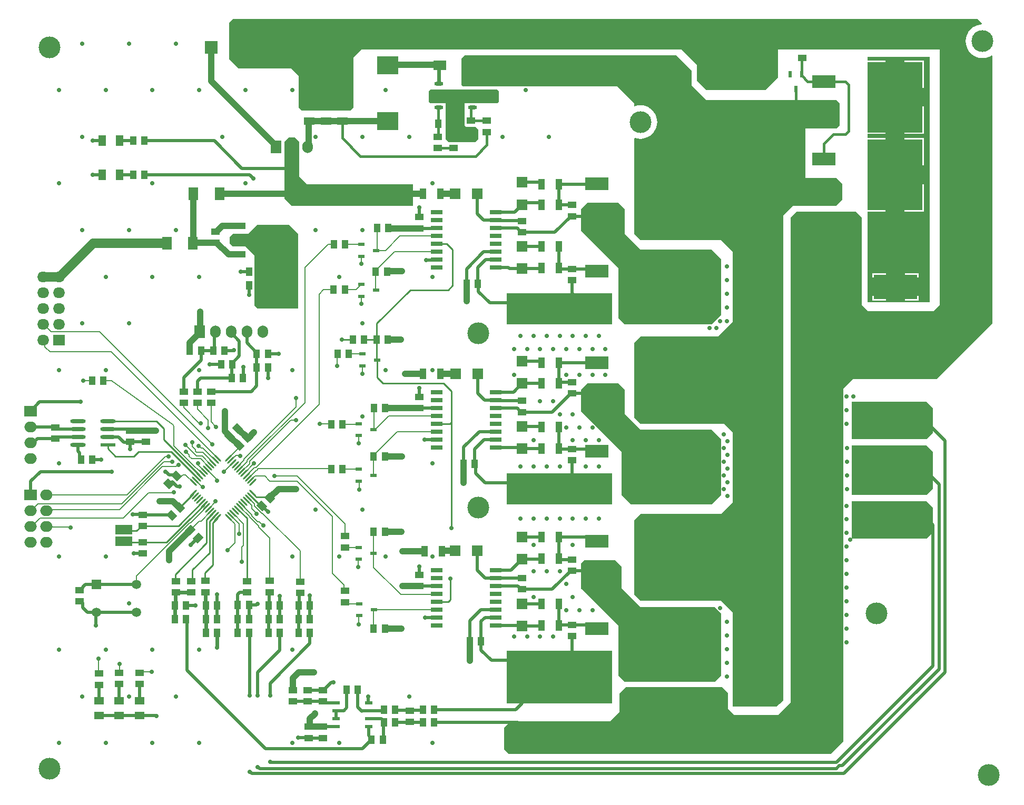
<source format=gtl>
G04*
G04 #@! TF.GenerationSoftware,Altium Limited,Altium Designer,23.6.0 (18)*
G04*
G04 Layer_Physical_Order=1*
G04 Layer_Color=255*
%FSLAX44Y44*%
%MOMM*%
G71*
G04*
G04 #@! TF.SameCoordinates,9FFC46F5-938B-46D8-84A6-C8BF988D1DB5*
G04*
G04*
G04 #@! TF.FilePolarity,Positive*
G04*
G01*
G75*
%ADD10C,0.6000*%
%ADD11C,0.2500*%
%ADD15C,0.2000*%
%ADD17R,3.8100X2.0800*%
%ADD18R,8.8900X11.4300*%
%ADD30R,1.6800X1.7000*%
%ADD31R,1.7000X1.6800*%
%ADD35R,2.4692X0.6221*%
G04:AMPARAMS|DCode=36|XSize=2.4692mm|YSize=0.6221mm|CornerRadius=0.3111mm|HoleSize=0mm|Usage=FLASHONLY|Rotation=180.000|XOffset=0mm|YOffset=0mm|HoleType=Round|Shape=RoundedRectangle|*
%AMROUNDEDRECTD36*
21,1,2.4692,0.0000,0,0,180.0*
21,1,1.8470,0.6221,0,0,180.0*
1,1,0.6221,-0.9235,0.0000*
1,1,0.6221,0.9235,0.0000*
1,1,0.6221,0.9235,0.0000*
1,1,0.6221,-0.9235,0.0000*
%
%ADD36ROUNDEDRECTD36*%
G04:AMPARAMS|DCode=65|XSize=0.25mm|YSize=1.55mm|CornerRadius=0mm|HoleSize=0mm|Usage=FLASHONLY|Rotation=45.000|XOffset=0mm|YOffset=0mm|HoleType=Round|Shape=Round|*
%AMOVALD65*
21,1,1.3000,0.2500,0.0000,0.0000,135.0*
1,1,0.2500,0.4596,-0.4596*
1,1,0.2500,-0.4596,0.4596*
%
%ADD65OVALD65*%

G04:AMPARAMS|DCode=66|XSize=0.25mm|YSize=1.55mm|CornerRadius=0mm|HoleSize=0mm|Usage=FLASHONLY|Rotation=135.000|XOffset=0mm|YOffset=0mm|HoleType=Round|Shape=Round|*
%AMOVALD66*
21,1,1.3000,0.2500,0.0000,0.0000,225.0*
1,1,0.2500,0.4596,0.4596*
1,1,0.2500,-0.4596,-0.4596*
%
%ADD66OVALD66*%

%ADD67R,1.3000X1.7500*%
%ADD68O,8.0000X4.0000*%
G04:AMPARAMS|DCode=69|XSize=1.4mm|YSize=1.1mm|CornerRadius=0mm|HoleSize=0mm|Usage=FLASHONLY|Rotation=315.000|XOffset=0mm|YOffset=0mm|HoleType=Round|Shape=Rectangle|*
%AMROTATEDRECTD69*
4,1,4,-0.8839,0.1061,-0.1061,0.8839,0.8839,-0.1061,0.1061,-0.8839,-0.8839,0.1061,0.0*
%
%ADD69ROTATEDRECTD69*%

%ADD70R,1.3500X1.0000*%
%ADD71R,1.0000X1.3500*%
%ADD72R,1.0000X0.6000*%
%ADD73R,1.1000X1.4000*%
%ADD74R,1.4000X1.1000*%
%ADD75R,1.0000X1.7000*%
%ADD76R,1.9250X0.6500*%
G04:AMPARAMS|DCode=77|XSize=1.4mm|YSize=1.1mm|CornerRadius=0mm|HoleSize=0mm|Usage=FLASHONLY|Rotation=45.000|XOffset=0mm|YOffset=0mm|HoleType=Round|Shape=Rectangle|*
%AMROTATEDRECTD77*
4,1,4,-0.1061,-0.8839,-0.8839,-0.1061,0.1061,0.8839,0.8839,0.1061,-0.1061,-0.8839,0.0*
%
%ADD77ROTATEDRECTD77*%

%ADD78R,2.7000X1.5000*%
%ADD79R,1.6200X2.1500*%
%ADD80R,1.5000X1.2000*%
%ADD81R,3.3000X1.3000*%
G04:AMPARAMS|DCode=82|XSize=0.55mm|YSize=1.25mm|CornerRadius=0.0495mm|HoleSize=0mm|Usage=FLASHONLY|Rotation=270.000|XOffset=0mm|YOffset=0mm|HoleType=Round|Shape=RoundedRectangle|*
%AMROUNDEDRECTD82*
21,1,0.5500,1.1510,0,0,270.0*
21,1,0.4510,1.2500,0,0,270.0*
1,1,0.0990,-0.5755,-0.2255*
1,1,0.0990,-0.5755,0.2255*
1,1,0.0990,0.5755,0.2255*
1,1,0.0990,0.5755,-0.2255*
%
%ADD82ROUNDEDRECTD82*%
%ADD83R,3.5000X3.0000*%
%ADD84R,1.7500X1.3000*%
%ADD85R,2.1500X1.6200*%
%ADD86O,1.4500X0.6000*%
%ADD87R,2.0000X3.3000*%
%ADD88R,2.0000X1.0000*%
%ADD89R,0.6000X1.0000*%
%ADD90R,7.0000X4.0000*%
%ADD91O,7.0000X4.0000*%
%ADD92R,2.0000X4.3000*%
%ADD93R,4.3000X2.0000*%
%ADD94C,0.5000*%
%ADD95C,1.0000*%
%ADD96C,0.4000*%
%ADD97C,1.5000*%
%ADD98C,3.5000*%
%ADD99O,1.7000X2.0000*%
%ADD100R,1.7000X2.0000*%
%ADD101R,1.5000X1.5000*%
%ADD102C,1.5000*%
%ADD103O,2.0000X1.7000*%
%ADD104R,2.0000X1.7000*%
%ADD105R,1.9000X1.7000*%
%ADD106O,1.9000X1.7000*%
%ADD107C,2.1500*%
%ADD108R,2.1500X2.1500*%
%ADD109C,0.7000*%
G36*
X1082500Y1172500D02*
X1082500Y1148750D01*
X1105000Y1126250D01*
Y1125000D01*
X1315000D01*
X1320000Y1120000D01*
Y1085000D01*
X1315000Y1080000D01*
X1265000D01*
Y1000000D01*
X1315000D01*
X1325000Y990000D01*
Y965000D01*
X1315000Y955000D01*
X1245000D01*
X1230000Y940000D01*
Y159167D01*
X1219000Y150000D01*
X1148750D01*
Y301250D01*
X1130000Y320000D01*
X1000000D01*
X990000Y330000D01*
Y450000D01*
X1000000Y460000D01*
X1130000D01*
X1148750Y478750D01*
Y591250D01*
X1135000Y605000D01*
X1000000Y605000D01*
X990000Y615000D01*
Y735000D01*
X1000000Y745000D01*
X1125000D01*
X1148750Y768750D01*
Y881250D01*
X1130000Y900000D01*
X1000000D01*
X990000Y910000D01*
Y1063775D01*
X991056Y1064480D01*
X991631Y1064242D01*
X995763Y1063250D01*
X1000000Y1062916D01*
X1004237Y1063250D01*
X1008369Y1064242D01*
X1012296Y1065868D01*
X1015919Y1068089D01*
X1019151Y1070849D01*
X1021911Y1074081D01*
X1024132Y1077704D01*
X1025758Y1081631D01*
X1026750Y1085763D01*
X1027084Y1090000D01*
X1026750Y1094237D01*
X1025758Y1098369D01*
X1024132Y1102296D01*
X1021911Y1105919D01*
X1019151Y1109151D01*
X1015919Y1111911D01*
X1012296Y1114132D01*
X1008369Y1115758D01*
X1004237Y1116750D01*
X1000000Y1117084D01*
X995763Y1116750D01*
X991631Y1115758D01*
X991056Y1115520D01*
X990000Y1116226D01*
Y1120000D01*
X962500Y1147500D01*
X715000D01*
X712500Y1150000D01*
Y1192500D01*
X717500Y1197500D01*
X1057500D01*
X1082500Y1172500D01*
D02*
G37*
G36*
X772500Y1140000D02*
Y1122500D01*
X770000Y1120000D01*
X717500D01*
Y1085000D01*
X720000Y1082500D01*
X735000Y1082500D01*
X740000Y1077500D01*
X740000Y1062500D01*
X735000Y1057500D01*
X692500D01*
X687500Y1062500D01*
Y1120000D01*
X662500D01*
X660000Y1122500D01*
Y1140000D01*
X662500Y1142500D01*
X770000D01*
X772500Y1140000D01*
D02*
G37*
G36*
X452000Y1058000D02*
Y1002000D01*
X464000Y990000D01*
X635000Y990000D01*
Y955000D01*
X440000D01*
X428000Y967000D01*
X428000Y1058000D01*
X435000Y1065000D01*
X445000D01*
X452000Y1058000D01*
D02*
G37*
G36*
X1465000Y800000D02*
X1365000D01*
Y945850D01*
X1394450D01*
Y1005000D01*
Y1064150D01*
X1365000D01*
Y1070850D01*
X1394450D01*
Y1130000D01*
Y1189150D01*
X1365000D01*
Y1195000D01*
X1465000D01*
Y800000D01*
D02*
G37*
G36*
X450000Y910000D02*
Y790000D01*
X385000D01*
X380000Y795000D01*
Y875000D01*
X365000Y890000D01*
X345000D01*
Y890000D01*
X340000Y895000D01*
Y905000D01*
X345000Y910000D01*
X370000D01*
X385000Y925000D01*
X435000D01*
X450000Y910000D01*
D02*
G37*
G36*
X1549205Y1248295D02*
X1548721Y1246983D01*
X1545763Y1246750D01*
X1541631Y1245758D01*
X1537704Y1244132D01*
X1534081Y1241911D01*
X1530849Y1239151D01*
X1528089Y1235919D01*
X1525868Y1232296D01*
X1524242Y1228369D01*
X1523250Y1224237D01*
X1522917Y1220000D01*
X1523250Y1215763D01*
X1524242Y1211631D01*
X1525868Y1207704D01*
X1528089Y1204081D01*
X1530849Y1200849D01*
X1534081Y1198089D01*
X1537704Y1195868D01*
X1541631Y1194242D01*
X1545763Y1193250D01*
X1550000Y1192916D01*
X1554237Y1193250D01*
X1558369Y1194242D01*
X1562296Y1195868D01*
X1564980Y1197513D01*
X1566250Y1196802D01*
Y766250D01*
X1476250Y676250D01*
X1341250D01*
X1326250Y661250D01*
Y93750D01*
X1306250Y73750D01*
X788750D01*
X781250Y81250D01*
X781250Y116250D01*
X791250Y126250D01*
X951250Y126250D01*
X966250Y141250D01*
Y171250D01*
X976250Y181250D01*
X1131250D01*
X1141250Y171250D01*
X1141250Y146250D01*
X1151250Y136250D01*
X1221250D01*
X1241250Y156250D01*
Y936250D01*
X1251250Y946250D01*
X1346250D01*
X1356250Y936250D01*
Y796250D01*
X1366250Y786250D01*
X1471250D01*
X1481250Y796250D01*
Y1206250D01*
X1221250D01*
Y1161250D01*
X1201250Y1141250D01*
X1106250D01*
X1091250Y1156250D01*
Y1181250D01*
X1066250Y1206250D01*
X1011250Y1206250D01*
X551250Y1206250D01*
X538750Y1193750D01*
X538750Y1113750D01*
X533750Y1108750D01*
X456250D01*
X451250Y1113750D01*
Y1163750D01*
X438750Y1176250D01*
X353750D01*
X338750Y1191250D01*
Y1248750D01*
X345412Y1255412D01*
X1542088D01*
X1549205Y1248295D01*
D02*
G37*
G36*
X975000Y950000D02*
Y910000D01*
X1000000Y885000D01*
X1115000D01*
X1130000Y870000D01*
Y780000D01*
X1115000Y765000D01*
X975000D01*
X965000Y775000D01*
X965000Y855000D01*
X905000Y915000D01*
X905000Y950000D01*
X915000Y960000D01*
X965000D01*
X975000Y950000D01*
D02*
G37*
G36*
X955000Y765000D02*
X785000Y765000D01*
X785000Y815000D01*
X955000D01*
Y765000D01*
D02*
G37*
G36*
X1470000Y630000D02*
X1470000D01*
Y590000D01*
X1460000Y580000D01*
X1340000D01*
Y640000D01*
X1460000D01*
X1470000Y630000D01*
D02*
G37*
G36*
X1470000Y560000D02*
Y500000D01*
X1470000D01*
X1460000Y490000D01*
X1340000D01*
Y570000D01*
X1460000D01*
X1470000Y560000D01*
D02*
G37*
G36*
X955000Y525000D02*
X955000Y475000D01*
X785000D01*
X785000Y525000D01*
X955000Y525000D01*
D02*
G37*
G36*
X975000Y660000D02*
Y620000D01*
X1000000Y595000D01*
X1115000D01*
X1130000Y580000D01*
Y490000D01*
X1115000Y475000D01*
X985000D01*
X970000Y490000D01*
Y560000D01*
X905000Y625000D01*
Y660000D01*
X915000Y670000D01*
X965000D01*
X975000Y660000D01*
D02*
G37*
G36*
X1470000Y470000D02*
Y430000D01*
X1460000Y420000D01*
X1340000D01*
Y480000D01*
X1460000D01*
X1470000Y470000D01*
D02*
G37*
G36*
X970000Y375000D02*
Y340000D01*
X1000000Y310000D01*
X1120000D01*
X1130000Y300000D01*
Y200000D01*
X1120000Y190000D01*
X975000D01*
X965000Y200000D01*
Y280000D01*
X905000Y340000D01*
Y380000D01*
X910000Y385000D01*
X960000D01*
X970000Y375000D01*
D02*
G37*
G36*
X955000Y240000D02*
X955000Y155000D01*
X785000D01*
Y240000D01*
X955000Y240000D01*
D02*
G37*
%LPC*%
G36*
X1455900Y1189150D02*
X1424450D01*
Y1145000D01*
X1455900D01*
Y1189150D01*
D02*
G37*
G36*
Y1115000D02*
X1424450D01*
Y1070850D01*
X1455900D01*
Y1115000D01*
D02*
G37*
G36*
Y1064150D02*
X1424450D01*
Y1020000D01*
X1455900D01*
Y1064150D01*
D02*
G37*
G36*
Y990000D02*
X1424450D01*
Y945850D01*
X1455900D01*
Y990000D01*
D02*
G37*
G36*
X1447000Y847000D02*
X1425000D01*
Y840000D01*
X1447000D01*
Y847000D01*
D02*
G37*
G36*
X1395000D02*
X1373000D01*
Y840000D01*
X1395000D01*
Y847000D01*
D02*
G37*
G36*
X1447000Y810000D02*
X1425000D01*
Y803000D01*
X1447000D01*
Y810000D01*
D02*
G37*
G36*
X1395000D02*
X1373000D01*
Y803000D01*
X1395000D01*
Y810000D01*
D02*
G37*
%LPD*%
D10*
X301410Y313126D02*
X301820Y312716D01*
X301410Y313126D02*
Y333590D01*
X301000Y334000D02*
X301410Y333590D01*
X320000Y245000D02*
Y268173D01*
X251820Y312716D02*
X252570Y313466D01*
Y332966D01*
X253320Y333716D01*
X301820Y290216D02*
X301820Y290216D01*
X301820Y290216D02*
Y312716D01*
X301820Y312716D02*
X301820Y312716D01*
X301910Y268263D02*
X302000Y268173D01*
X301910Y268263D02*
Y290126D01*
X301820Y290216D02*
X301910Y290126D01*
X320000Y268173D02*
X320000Y268173D01*
X253320Y333716D02*
X278320D01*
X251820Y290216D02*
Y312716D01*
X251820Y312716D02*
X251820Y312716D01*
X729000Y1189000D02*
X730250Y1187750D01*
Y1151550D02*
Y1187750D01*
X675750Y1151550D02*
Y1179150D01*
X678000Y1181400D01*
D11*
X234019Y579188D02*
X291862Y521345D01*
X352673Y467605D02*
X367500Y452778D01*
X312500Y377500D02*
Y445816D01*
X303000Y413000D02*
Y450458D01*
X373887Y488818D02*
X389771Y472933D01*
X307500Y397500D02*
Y447752D01*
X259314Y470412D02*
X281255Y492354D01*
X257757Y440571D02*
X295398Y478211D01*
X246136Y560000D02*
X288327Y517809D01*
X238241Y414000D02*
X274194Y449953D01*
X377557Y492354D02*
X383189Y486722D01*
X403282D01*
X367500Y351500D02*
Y452778D01*
X303000Y450458D02*
X313075Y460534D01*
X307500Y447752D02*
X316611Y456863D01*
Y456998D01*
X274194Y449953D02*
X274210D01*
X298933Y474676D01*
X377422Y492354D02*
X377557D01*
X312500Y445816D02*
X320146Y453463D01*
X144136Y564864D02*
Y570950D01*
Y564864D02*
X156500Y552500D01*
X185858D01*
X193358Y560000D01*
X246136D01*
X200000Y440571D02*
X257757D01*
X389771Y472933D02*
X391614D01*
X300000Y365000D02*
X312500Y377500D01*
X300000Y353000D02*
Y365000D01*
Y353000D02*
X301000Y352000D01*
X234019Y579188D02*
Y597417D01*
X222387Y609050D02*
X234019Y597417D01*
X144136Y609050D02*
X222387D01*
X403282Y486722D02*
X404342Y485661D01*
X200000Y414000D02*
X238241D01*
X280000Y370000D02*
X307500Y397500D01*
X280000Y353396D02*
Y370000D01*
X278320Y351716D02*
X280000Y353396D01*
X252500Y362500D02*
X303000Y413000D01*
X252500Y352536D02*
Y362500D01*
Y352536D02*
X253320Y351716D01*
X577000Y679172D02*
X586632Y669540D01*
X683460D01*
X696000Y657000D01*
Y437250D02*
Y607000D01*
Y437250D02*
X696250Y437000D01*
X576000Y740000D02*
Y766000D01*
X630000Y820000D01*
X691000D01*
X171500Y414000D02*
X200000D01*
X198500Y440571D02*
X200000D01*
X693650Y604650D02*
X694000Y605000D01*
X672880Y318650D02*
X691650D01*
X695000Y322000D02*
Y356000D01*
X691650Y318650D02*
X695000Y322000D01*
X694000Y605000D02*
X696000Y607000D01*
X520250Y740000D02*
X538000D01*
X556000D02*
X576000D01*
X672880Y604650D02*
X693650D01*
X696000Y607000D02*
Y657000D01*
X577000Y679172D02*
Y707500D01*
X689177Y893823D02*
X698000Y885000D01*
X672880Y893823D02*
X689177D01*
X698000Y827000D02*
Y885000D01*
X691000Y820000D02*
X698000Y827000D01*
X576000Y708500D02*
Y740000D01*
Y708500D02*
X577000Y707500D01*
X170000Y434500D02*
X172000Y432500D01*
X190429D01*
X198500Y440571D01*
X170000Y415500D02*
X171500Y414000D01*
D15*
X250000Y600980D02*
G03*
X249174Y602599I-2000J-0D01*
G01*
X48413Y476000D02*
G03*
X46900Y476100I-1513J-11400D01*
G01*
X43900D02*
G03*
X42387Y476000I0J-11500D01*
G01*
X66400Y752850D02*
G03*
X68271Y753000I0J11750D01*
G01*
X62529D02*
G03*
X64400Y752850I1871J11600D01*
G01*
X338354Y549452D02*
X355049Y566147D01*
Y569651D01*
X330750Y527500D02*
Y527706D01*
X345425Y542381D01*
X293811Y448341D02*
X309540Y464069D01*
X276136Y433864D02*
X276136D01*
X290613Y448341D02*
X293811D01*
X276136Y433864D02*
X290613Y448341D01*
X293128Y548364D02*
X306004Y535487D01*
X356209Y531951D02*
X367960Y543703D01*
X366815Y521345D02*
X379680Y534210D01*
X381916D02*
X484000Y636294D01*
X379680Y534210D02*
X381916D01*
X359744Y528416D02*
X371960Y540632D01*
Y544166D02*
X438433Y610639D01*
X371960Y540632D02*
Y544166D01*
X345602Y460534D02*
X362290Y443846D01*
X277031Y445703D02*
X302469Y471140D01*
X190500Y360249D02*
X275954Y445703D01*
X277031D01*
X295562Y553000D02*
X309540Y539023D01*
X302469Y531952D02*
X319235Y515186D01*
Y513765D02*
X320000Y513000D01*
X319235Y513765D02*
Y515186D01*
X363280Y525080D02*
X379000Y540800D01*
Y541250D01*
X306004Y467875D02*
X317500Y479371D01*
Y480000D01*
X297000Y565705D02*
X316611Y546094D01*
X385863Y532500D02*
X502291D01*
X352673Y535758D02*
X363000Y546084D01*
Y548000D02*
X447000Y632000D01*
X363000Y546084D02*
Y548000D01*
X348000Y412956D02*
Y443994D01*
X297047Y558587D02*
X313075Y542558D01*
X284676Y560937D02*
Y563010D01*
X287026Y558587D02*
X297047D01*
X284676Y560937D02*
X287026Y558587D01*
X279750Y567936D02*
X284676Y563010D01*
X279750Y567936D02*
Y575000D01*
X289324Y530684D02*
X295127Y524880D01*
X250000Y569218D02*
X282966Y536251D01*
X283320D02*
X288887Y530684D01*
X289324D01*
X282966Y536251D02*
X283320D01*
X149276Y720500D02*
X320146Y549629D01*
X359744Y474676D02*
X375870Y458550D01*
X342067Y456998D02*
X355250Y443815D01*
Y428000D02*
Y443815D01*
X289707Y537643D02*
X298933Y528416D01*
X288750Y541250D02*
X289707Y540293D01*
Y537643D02*
Y540293D01*
X380425Y520542D02*
X396458D01*
X404390Y512610D02*
X448390D01*
X396458Y520542D02*
X404390Y512610D01*
X356209Y471140D02*
X371870Y455479D01*
Y455088D02*
X386710Y440248D01*
X371870Y455088D02*
Y455479D01*
X375276Y468378D02*
X382910Y460743D01*
Y459660D02*
Y460743D01*
X269191Y522803D02*
X281255Y510738D01*
X379776Y472751D02*
X391432Y461094D01*
X392441D02*
X453000Y400536D01*
X391432Y461094D02*
X392441D01*
X367960Y545823D02*
X461000Y638863D01*
X286956Y553000D02*
X295562D01*
X375276Y468378D02*
Y473237D01*
X366815Y481697D02*
X375276Y473237D01*
X366815Y481697D02*
Y481747D01*
X370351Y485283D02*
X379526Y476108D01*
Y474430D02*
Y476108D01*
Y474430D02*
X379776Y474180D01*
Y472751D02*
Y474180D01*
X363280Y524880D02*
Y525080D01*
X295127Y524880D02*
X295398D01*
X306004Y467605D02*
Y467875D01*
X370351Y517809D02*
X382752Y530210D01*
X383573D01*
X385863Y532500D01*
X352673Y535487D02*
Y535758D01*
X338531Y453463D02*
X348000Y443994D01*
X284791Y514274D02*
X285062D01*
X296336Y503000D01*
X297000D01*
X373887Y514274D02*
X374157D01*
X380425Y520542D01*
X367960Y543703D02*
Y545823D01*
X264789Y522803D02*
X269191D01*
X262039Y520053D02*
X264789Y522803D01*
X255675Y520053D02*
X262039D01*
X254614Y521114D02*
X255675Y520053D01*
X387603Y447397D02*
X393750Y441250D01*
X385218Y447397D02*
X387603D01*
X375870Y456744D02*
X385218Y447397D01*
X375870Y456744D02*
Y458550D01*
X355897Y553000D02*
X357250D01*
X354897Y554000D02*
X355897Y553000D01*
X349973Y554000D02*
X354897D01*
X342067Y546094D02*
X349973Y554000D01*
X342067Y546094D02*
X342067D01*
X268956Y571000D02*
X286956Y553000D01*
X268500Y571000D02*
X268956D01*
X359750Y383250D02*
Y406489D01*
X362290Y409030D01*
Y443846D01*
X498050Y893050D02*
X507215D01*
X461000Y856000D02*
X498050Y893050D01*
X461000Y638863D02*
Y856000D01*
X279396Y548364D02*
X293128D01*
X275176Y552583D02*
X279396Y548364D01*
X275176Y552583D02*
Y554824D01*
X270000Y560000D02*
X275176Y554824D01*
X453000Y351000D02*
Y400536D01*
X404000Y352000D02*
Y421044D01*
X386710Y438334D02*
X404000Y421044D01*
X386710Y438334D02*
Y440248D01*
X523387Y337612D02*
X525000Y336000D01*
X523387Y337612D02*
Y345612D01*
X505000Y364000D02*
X523387Y345612D01*
X505000Y364000D02*
Y456000D01*
X448390Y512610D02*
X505000Y456000D01*
X51000Y720500D02*
X149276D01*
X42812Y728688D02*
X51000Y720500D01*
X42812Y728688D02*
Y736388D01*
X40000Y739200D02*
X42812Y736388D01*
X250000Y569218D02*
Y600980D01*
X151215Y673619D02*
X249174Y602599D01*
X150690Y674000D02*
X151215Y673619D01*
X137000Y674000D02*
X150690D01*
X336147Y401103D02*
X348000Y412956D01*
X447000Y632000D02*
Y646000D01*
X502291Y532500D02*
X503136Y531655D01*
X294378Y565705D02*
X297000D01*
X291082Y569000D02*
X294378Y565705D01*
X290000Y569000D02*
X291082D01*
X190500Y346500D02*
Y360249D01*
X438433Y610639D02*
X446861D01*
X491000Y820250D02*
X507000D01*
X484000Y813250D02*
X491000Y820250D01*
X484000Y636294D02*
Y813250D01*
X543131Y820250D02*
X551715Y828834D01*
X525000Y820250D02*
X543131D01*
X174437Y490000D02*
X236623Y552185D01*
X240993D02*
X241308Y552500D01*
X236623Y552185D02*
X240993D01*
X166094Y476000D02*
X234094Y544000D01*
X247750D01*
X256085Y538353D02*
X257438D01*
X231663Y535912D02*
X253645D01*
X162751Y467000D02*
X231663Y535912D01*
X253645D02*
X256085Y538353D01*
X547500Y296000D02*
X548000Y296500D01*
X547500Y282500D02*
Y296000D01*
X168527Y453100D02*
X209159Y493732D01*
X35400Y453100D02*
X168527D01*
X209159Y493732D02*
X249655D01*
X250298Y494375D01*
X562750Y156550D02*
X563250Y156050D01*
X553000Y685500D02*
Y698000D01*
X118750Y674250D02*
X119000Y674000D01*
X104500Y674250D02*
X118750D01*
X195000Y204000D02*
X197000Y206000D01*
X214250D01*
X162500Y204000D02*
X163000Y204500D01*
Y218750D01*
X129000Y204000D02*
X130000Y203000D01*
X129000Y204000D02*
Y226750D01*
X546750Y374750D02*
Y386106D01*
X547500Y386856D01*
X551715Y809834D02*
X552000Y809549D01*
Y798000D02*
Y809549D01*
X551715Y874050D02*
X552000Y873765D01*
Y862000D02*
Y873765D01*
X547500Y512596D02*
X548000Y512096D01*
Y499000D02*
Y512096D01*
X547000Y585231D02*
X547500Y585731D01*
X547000Y573000D02*
Y585231D01*
X45400Y439200D02*
X46000Y438600D01*
X83400D01*
X84000Y438000D01*
X45400Y490000D02*
X174437D01*
X48413Y476000D02*
X166094D01*
X47800Y467000D02*
X162751D01*
X45400Y464600D02*
X47800Y467000D01*
X20000Y439200D02*
X21500D01*
X35400Y453100D01*
X43900Y476100D02*
X46900D01*
X31400Y476000D02*
X42387D01*
X20000Y464600D02*
X31400Y476000D01*
X310000Y607750D02*
Y638500D01*
Y607750D02*
X318000Y599750D01*
X131000Y753000D02*
X312000Y572000D01*
X68271Y753000D02*
X131000D01*
X290348Y606067D02*
X292536D01*
X265915Y630500D02*
Y638500D01*
Y630500D02*
X290348Y606067D01*
X292536D02*
X293301Y605301D01*
X305000Y598000D02*
Y611000D01*
X287957Y628043D02*
X305000Y611000D01*
X287957Y628043D02*
Y638500D01*
X571325Y275250D02*
Y305325D01*
X572000Y306000D01*
X672830D01*
X672880Y305950D01*
X527500Y315500D02*
X548000D01*
X525000Y318000D02*
X527500Y315500D01*
X571500Y373500D02*
X615000Y330000D01*
X571500Y373500D02*
Y396356D01*
X671530Y330000D02*
X672880Y331350D01*
X615000Y330000D02*
X671530D01*
X571500Y396356D02*
Y430989D01*
X571325Y431165D02*
X571500Y430989D01*
X525000Y406000D02*
X547356D01*
X547500Y405856D01*
X525000Y424000D02*
Y444000D01*
X448000Y521000D02*
X525000Y444000D01*
X412000Y521000D02*
X448000D01*
X571325Y552511D02*
Y554261D01*
X609014Y591950D01*
X672880D01*
X571325Y522271D02*
Y552511D01*
Y522271D02*
X571500Y522096D01*
X521136Y531655D02*
X547441D01*
X547500Y531596D01*
X571500Y595231D02*
X573500D01*
X595619Y617350D01*
X672880D01*
X571500Y595231D02*
X572000Y595731D01*
Y630023D01*
X521136Y604229D02*
X546998D01*
X547500Y604731D01*
X531500Y717500D02*
X552500D01*
X553000Y717000D01*
X575715Y883550D02*
X590550D01*
X613540Y906540D02*
X672863D01*
X590550Y883550D02*
X613540Y906540D01*
X672863D02*
X672880Y906523D01*
X574805Y849614D02*
Y851364D01*
X604564Y881123D01*
X672880D01*
X574805Y820244D02*
Y849614D01*
Y820244D02*
X575715Y819334D01*
X577000Y884835D02*
Y920000D01*
X575715Y883550D02*
X577000Y884835D01*
X525215Y893050D02*
X551715D01*
X513000Y717000D02*
X513500Y717500D01*
X513000Y698000D02*
Y717000D01*
X502365Y605000D02*
X503136Y604229D01*
X485000Y605000D02*
X502365D01*
X64400Y752850D02*
X66400D01*
X52600Y753000D02*
X62529D01*
X41000Y764600D02*
X51868Y753732D01*
X52600Y753000D01*
X40000Y764600D02*
X41000D01*
D17*
X930150Y850400D02*
D03*
Y799600D02*
D03*
X930150Y703154D02*
D03*
Y652354D02*
D03*
X1295150Y1155400D02*
D03*
Y1104600D02*
D03*
Y979600D02*
D03*
Y1030400D02*
D03*
X930150Y509600D02*
D03*
Y560400D02*
D03*
Y224600D02*
D03*
Y275400D02*
D03*
X930150Y365181D02*
D03*
Y415981D02*
D03*
Y939866D02*
D03*
Y990666D02*
D03*
D18*
X1044450Y825000D02*
D03*
X1044450Y677754D02*
D03*
X1409450Y1130000D02*
D03*
Y1005000D02*
D03*
X1044450Y535000D02*
D03*
Y250000D02*
D03*
X1044450Y390581D02*
D03*
Y965266D02*
D03*
D30*
X810000Y279600D02*
D03*
Y315400D02*
D03*
Y564600D02*
D03*
Y600400D02*
D03*
Y669600D02*
D03*
Y705400D02*
D03*
Y890400D02*
D03*
Y854600D02*
D03*
Y992900D02*
D03*
Y957100D02*
D03*
Y422900D02*
D03*
Y387100D02*
D03*
D31*
X737900Y400906D02*
D03*
X702100D02*
D03*
X703200Y685000D02*
D03*
X739000D02*
D03*
X737900Y975000D02*
D03*
X702100D02*
D03*
D35*
X144136Y570950D02*
D03*
D36*
Y583650D02*
D03*
Y596350D02*
D03*
Y609050D02*
D03*
X95864D02*
D03*
Y596350D02*
D03*
Y583650D02*
D03*
Y570950D02*
D03*
D65*
X281432Y510562D02*
D03*
X284968Y514097D02*
D03*
X288503Y517633D02*
D03*
X292039Y521168D02*
D03*
X295574Y524704D02*
D03*
X299110Y528239D02*
D03*
X302646Y531775D02*
D03*
X306181Y535310D02*
D03*
X309717Y538846D02*
D03*
X313252Y542381D02*
D03*
X316788Y545917D02*
D03*
X320323Y549453D02*
D03*
X377245Y492530D02*
D03*
X373710Y488995D02*
D03*
X370174Y485459D02*
D03*
X366639Y481924D02*
D03*
X363103Y478388D02*
D03*
X359568Y474853D02*
D03*
X356032Y471317D02*
D03*
X352497Y467782D02*
D03*
X348961Y464246D02*
D03*
X345425Y460711D02*
D03*
X341890Y457175D02*
D03*
X338354Y453639D02*
D03*
D66*
Y549452D02*
D03*
X341890Y545917D02*
D03*
X345425Y542381D02*
D03*
X348961Y538846D02*
D03*
X352497Y535310D02*
D03*
X356032Y531775D02*
D03*
X359568Y528239D02*
D03*
X363103Y524704D02*
D03*
X366639Y521168D02*
D03*
X370174Y517633D02*
D03*
X373710Y514097D02*
D03*
X377245Y510562D02*
D03*
X320323Y453639D02*
D03*
X316788Y457175D02*
D03*
X313252Y460711D02*
D03*
X309717Y464246D02*
D03*
X306181Y467782D02*
D03*
X302646Y471317D02*
D03*
X299110Y474853D02*
D03*
X295574Y478388D02*
D03*
X292039Y481924D02*
D03*
X288503Y485459D02*
D03*
X284968Y488995D02*
D03*
X281432Y492530D02*
D03*
D67*
X135000Y1060000D02*
D03*
X163000D02*
D03*
X1248500Y914623D02*
D03*
X1221500D02*
D03*
X1248500Y874623D02*
D03*
X1221500D02*
D03*
X1248500Y634676D02*
D03*
X1221500D02*
D03*
X1248500Y668169D02*
D03*
X1221500D02*
D03*
X1248500Y360000D02*
D03*
X1221500D02*
D03*
X1248500Y390000D02*
D03*
X1221500D02*
D03*
X163000Y1005000D02*
D03*
X135000D02*
D03*
D68*
X1410000Y606200D02*
D03*
Y530000D02*
D03*
Y453800D02*
D03*
D69*
X404342Y485661D02*
D03*
X391614Y472933D02*
D03*
X340049Y584651D02*
D03*
X352777Y597379D02*
D03*
X355049Y569651D02*
D03*
X367777Y582379D02*
D03*
X259314Y469847D02*
D03*
X246586Y457120D02*
D03*
X254614Y521114D02*
D03*
X241886Y508386D02*
D03*
D70*
X525000Y424000D02*
D03*
Y406000D02*
D03*
X753000Y1092000D02*
D03*
Y1074000D02*
D03*
X699500Y1066500D02*
D03*
Y1048500D02*
D03*
X130000Y203000D02*
D03*
Y185000D02*
D03*
X195000Y186000D02*
D03*
Y204000D02*
D03*
X465500Y158500D02*
D03*
Y176500D02*
D03*
X441500D02*
D03*
Y158500D02*
D03*
X890000Y263500D02*
D03*
Y281500D02*
D03*
Y368500D02*
D03*
Y386500D02*
D03*
Y546000D02*
D03*
Y564000D02*
D03*
Y854000D02*
D03*
Y836000D02*
D03*
X310000Y638500D02*
D03*
Y656500D02*
D03*
X287957Y656500D02*
D03*
Y638500D02*
D03*
X265915Y656500D02*
D03*
Y638500D02*
D03*
X453000Y351000D02*
D03*
Y333000D02*
D03*
X404000Y352000D02*
D03*
Y334000D02*
D03*
X367500Y333500D02*
D03*
Y351500D02*
D03*
X301000Y334000D02*
D03*
Y352000D02*
D03*
X278320Y333716D02*
D03*
Y351716D02*
D03*
X253320Y333716D02*
D03*
Y351716D02*
D03*
X60000Y581000D02*
D03*
Y599000D02*
D03*
X162500Y204000D02*
D03*
Y186000D02*
D03*
X890000Y956500D02*
D03*
Y938500D02*
D03*
X728000Y1092000D02*
D03*
Y1074000D02*
D03*
X525000Y318000D02*
D03*
Y336000D02*
D03*
X890000Y671500D02*
D03*
Y653500D02*
D03*
X1260000Y1193500D02*
D03*
Y1211500D02*
D03*
D71*
X589325Y431165D02*
D03*
X571325D02*
D03*
X668500Y144500D02*
D03*
X650500D02*
D03*
X668500Y124500D02*
D03*
X650500D02*
D03*
X606000Y144500D02*
D03*
X588000D02*
D03*
X586000Y97000D02*
D03*
X568000D02*
D03*
X528000Y177000D02*
D03*
X546000D02*
D03*
X589325Y552511D02*
D03*
X571325D02*
D03*
X503136Y531655D02*
D03*
X521136D02*
D03*
X590000Y630023D02*
D03*
X572000D02*
D03*
X521136Y604229D02*
D03*
X503136D02*
D03*
X594000Y740000D02*
D03*
X576000D02*
D03*
X531500Y717500D02*
D03*
X513500D02*
D03*
X595000Y920000D02*
D03*
X577000D02*
D03*
X507215Y893050D02*
D03*
X525215D02*
D03*
X507000Y820250D02*
D03*
X525000D02*
D03*
X592805Y849614D02*
D03*
X574805D02*
D03*
X401500Y717500D02*
D03*
X383500D02*
D03*
X276000Y722500D02*
D03*
X294000D02*
D03*
X326000Y700458D02*
D03*
X344000D02*
D03*
X589325Y275250D02*
D03*
X571325D02*
D03*
X451000Y268872D02*
D03*
X469000D02*
D03*
Y290915D02*
D03*
X451000D02*
D03*
X402197Y268183D02*
D03*
X420197D02*
D03*
X420197Y312268D02*
D03*
X402197D02*
D03*
X353000Y290958D02*
D03*
X371000D02*
D03*
X371000Y268915D02*
D03*
X353000D02*
D03*
X301820Y290216D02*
D03*
X319820D02*
D03*
X320000Y268173D02*
D03*
X302000D02*
D03*
X251820Y290216D02*
D03*
X269820D02*
D03*
X119000Y674000D02*
D03*
X137000D02*
D03*
X203000Y1005000D02*
D03*
X185000D02*
D03*
X203000Y1060000D02*
D03*
X185000D02*
D03*
X101000Y547183D02*
D03*
X119000D02*
D03*
X606000Y124500D02*
D03*
X588000D02*
D03*
D72*
X547500Y405856D02*
D03*
Y386856D02*
D03*
X571500Y396356D02*
D03*
X547500Y531596D02*
D03*
Y512596D02*
D03*
X571500Y522096D02*
D03*
Y595231D02*
D03*
X547500Y585731D02*
D03*
Y604731D02*
D03*
X553000Y717000D02*
D03*
Y698000D02*
D03*
X577000Y707500D02*
D03*
X551715Y893050D02*
D03*
Y874050D02*
D03*
X575715Y883550D02*
D03*
X551715Y828834D02*
D03*
Y809834D02*
D03*
X575715Y819334D02*
D03*
X572000Y306000D02*
D03*
X548000Y296500D02*
D03*
Y315500D02*
D03*
D73*
X744000Y255000D02*
D03*
X726000D02*
D03*
X675500Y1087500D02*
D03*
X693500D02*
D03*
X734000Y540000D02*
D03*
X716000D02*
D03*
X556000Y740000D02*
D03*
X538000D02*
D03*
X389000Y826915D02*
D03*
X371000D02*
D03*
X401500Y695458D02*
D03*
X383500D02*
D03*
X331500Y722500D02*
D03*
X313500D02*
D03*
X361500Y678415D02*
D03*
X343500D02*
D03*
X451000Y312957D02*
D03*
X469000D02*
D03*
X402197Y290225D02*
D03*
X420197D02*
D03*
X371000Y313000D02*
D03*
X353000D02*
D03*
X319820Y312716D02*
D03*
X301820D02*
D03*
X269820Y312716D02*
D03*
X251820Y312716D02*
D03*
X371000Y848958D02*
D03*
X389000D02*
D03*
X721000Y830000D02*
D03*
X739000D02*
D03*
D74*
X674500Y1066500D02*
D03*
Y1048500D02*
D03*
X629500Y143500D02*
D03*
Y125500D02*
D03*
X489500Y99500D02*
D03*
Y117500D02*
D03*
X467000Y99500D02*
D03*
Y117500D02*
D03*
X489500Y176500D02*
D03*
Y158500D02*
D03*
X810000Y356500D02*
D03*
Y338500D02*
D03*
X645000Y344050D02*
D03*
Y362050D02*
D03*
X810000Y641500D02*
D03*
Y623500D02*
D03*
Y930977D02*
D03*
Y912977D02*
D03*
X645000Y630000D02*
D03*
Y648000D02*
D03*
X200000Y396000D02*
D03*
Y414000D02*
D03*
Y458571D02*
D03*
Y440571D02*
D03*
X205000Y594000D02*
D03*
Y576000D02*
D03*
X180000Y594000D02*
D03*
Y576000D02*
D03*
X99000Y337500D02*
D03*
Y319500D02*
D03*
X645000Y919050D02*
D03*
Y937050D02*
D03*
X317500Y896000D02*
D03*
Y914000D02*
D03*
D75*
X869000Y315000D02*
D03*
X841000D02*
D03*
X869000Y280000D02*
D03*
X841000D02*
D03*
X869000Y387500D02*
D03*
X841000D02*
D03*
X869000Y422500D02*
D03*
X841000D02*
D03*
X681308Y400000D02*
D03*
X653307D02*
D03*
X869000Y600000D02*
D03*
X841000D02*
D03*
X869000Y565000D02*
D03*
X841000D02*
D03*
X869000Y670000D02*
D03*
X841000D02*
D03*
X869000Y702500D02*
D03*
X841000D02*
D03*
X869000Y957000D02*
D03*
X841000D02*
D03*
Y855000D02*
D03*
X869000D02*
D03*
X841000Y890000D02*
D03*
X869000D02*
D03*
X651000Y685000D02*
D03*
X679000D02*
D03*
X841000Y990000D02*
D03*
X869000D02*
D03*
X679000Y975000D02*
D03*
X651000D02*
D03*
D76*
X672880Y280550D02*
D03*
Y293250D02*
D03*
Y305950D02*
D03*
Y318650D02*
D03*
Y331350D02*
D03*
Y344050D02*
D03*
Y356750D02*
D03*
Y369450D02*
D03*
X767120D02*
D03*
Y356750D02*
D03*
Y344050D02*
D03*
Y331350D02*
D03*
Y318650D02*
D03*
Y305950D02*
D03*
Y293250D02*
D03*
Y280550D02*
D03*
Y566550D02*
D03*
Y579250D02*
D03*
Y591950D02*
D03*
Y604650D02*
D03*
Y617350D02*
D03*
Y630050D02*
D03*
Y642750D02*
D03*
Y655450D02*
D03*
X672880D02*
D03*
Y642750D02*
D03*
Y630050D02*
D03*
Y617350D02*
D03*
Y604650D02*
D03*
Y591950D02*
D03*
Y579250D02*
D03*
Y566550D02*
D03*
X767120Y855723D02*
D03*
Y868423D02*
D03*
Y881123D02*
D03*
Y893823D02*
D03*
Y906523D02*
D03*
Y919223D02*
D03*
Y931923D02*
D03*
Y944623D02*
D03*
X672880D02*
D03*
Y931923D02*
D03*
Y919223D02*
D03*
Y906523D02*
D03*
Y893823D02*
D03*
Y881123D02*
D03*
Y868423D02*
D03*
Y855723D02*
D03*
D77*
X276136Y433864D02*
D03*
X288864Y421136D02*
D03*
D78*
X170000Y415500D02*
D03*
Y434500D02*
D03*
D79*
X281100Y895000D02*
D03*
X238900D02*
D03*
X281400Y975000D02*
D03*
X323600D02*
D03*
D80*
X162500Y135500D02*
D03*
Y159500D02*
D03*
X195000Y135500D02*
D03*
Y159500D02*
D03*
X130000Y135500D02*
D03*
Y159500D02*
D03*
D81*
X857500Y164250D02*
D03*
Y105750D02*
D03*
X810000D02*
D03*
Y164250D02*
D03*
X905000Y105750D02*
D03*
Y164250D02*
D03*
D82*
X510750Y156050D02*
D03*
Y143350D02*
D03*
Y130650D02*
D03*
Y117950D02*
D03*
X563250Y156050D02*
D03*
Y143350D02*
D03*
Y130650D02*
D03*
Y117950D02*
D03*
D83*
X594000Y1091500D02*
D03*
Y1181500D02*
D03*
D84*
X468000Y1118500D02*
D03*
Y1091500D02*
D03*
X495000Y1118500D02*
D03*
Y1091500D02*
D03*
X521000Y1118500D02*
D03*
Y1091500D02*
D03*
X729000Y1189000D02*
D03*
Y1216000D02*
D03*
D85*
X678000Y1181400D02*
D03*
Y1223600D02*
D03*
D86*
X675750Y1151550D02*
D03*
Y1138850D02*
D03*
Y1126150D02*
D03*
Y1113450D02*
D03*
X730250Y1151550D02*
D03*
Y1138850D02*
D03*
Y1126150D02*
D03*
Y1113450D02*
D03*
D87*
X419750Y900000D02*
D03*
D88*
X355250Y877000D02*
D03*
Y900000D02*
D03*
X355250Y923000D02*
D03*
D89*
X1250000Y1143000D02*
D03*
X1240500Y1167000D02*
D03*
X1259500D02*
D03*
D90*
X1410000Y825000D02*
D03*
D91*
Y760000D02*
D03*
D92*
X1160000Y1084750D02*
D03*
Y1175250D02*
D03*
D93*
X1184750Y210000D02*
D03*
X1275250D02*
D03*
D94*
X926550Y854000D02*
X930150Y850400D01*
X890000Y854000D02*
X926550D01*
X870000D02*
X890000D01*
X905400Y799600D02*
X930150D01*
X108000Y346500D02*
X190500D01*
X120000Y1060000D02*
X135000D01*
X163000D02*
X185000D01*
X644875Y648125D02*
X645000Y648000D01*
X644875Y648125D02*
Y662125D01*
X644750Y662250D02*
X644875Y662125D01*
X203000Y1005000D02*
X371709D01*
X377709Y999000D01*
X378250D01*
X100500Y337500D02*
X103500Y340500D01*
X99000Y337500D02*
X100500D01*
X103500Y340500D02*
Y342000D01*
X108000Y346500D01*
X103500Y309000D02*
X111000Y301500D01*
X103500Y309000D02*
Y316500D01*
X100500Y319500D02*
X103500Y316500D01*
X99000Y319500D02*
X100500D01*
X111000Y301500D02*
X125500D01*
X242617Y522175D02*
X253553D01*
X237000Y527250D02*
X237541D01*
X242617Y522175D01*
X253553D02*
X254614Y521114D01*
X245129Y508386D02*
X247879Y511136D01*
X241886Y508386D02*
X245129D01*
X259117Y503883D02*
X259500Y503500D01*
X255132Y503883D02*
X259117D01*
X247879Y511136D02*
X255132Y503883D01*
X401500Y695458D02*
X401625Y695332D01*
Y678125D02*
Y695332D01*
Y678125D02*
X401750Y678000D01*
X245526Y458180D02*
X247647Y456059D01*
X288500Y421136D02*
X288864D01*
X277000Y410000D02*
X277364D01*
X288500Y421136D01*
X180000Y563790D02*
Y576000D01*
X200000Y458571D02*
X200391Y458180D01*
X199512Y459059D02*
X200000Y458571D01*
X466750Y99750D02*
X467000Y99500D01*
X450250Y99750D02*
X466750D01*
X450000Y100000D02*
X450250Y99750D01*
X184441Y459059D02*
X199512D01*
X269928Y312608D02*
X284892D01*
X285000Y312500D01*
X269820Y312716D02*
X269928Y312608D01*
X869000Y670000D02*
X870500Y671500D01*
X890000D01*
X370979Y848979D02*
X371000Y848958D01*
X358021Y848979D02*
X370979D01*
X358000Y849000D02*
X358021Y848979D01*
X371000Y812000D02*
Y826915D01*
X371000Y812000D02*
X371000Y812000D01*
X130000Y159500D02*
Y185000D01*
X162500Y159500D02*
Y186000D01*
X195000Y159500D02*
Y186000D01*
X222229Y135000D02*
X222500D01*
X195000Y135500D02*
X221729D01*
X222229Y135000D01*
X162500Y135500D02*
X195000D01*
X130000D02*
X162500D01*
X489500Y176500D02*
X491000D01*
X503559Y189059D01*
X506559D01*
X506750Y189250D01*
X562750Y156550D02*
Y166000D01*
X125250Y280000D02*
Y301250D01*
X645000Y937050D02*
Y949500D01*
X672793Y868337D02*
X672880Y868423D01*
X655837Y868337D02*
X672793D01*
X655750Y868250D02*
X655837Y868337D01*
X654000Y293500D02*
X654125Y293375D01*
X672755D01*
X672880Y293250D01*
X672880Y579250D02*
X672880Y579250D01*
X653500Y579250D02*
X672880D01*
X653500Y579250D02*
X653500Y579250D01*
X645000Y362050D02*
Y375000D01*
X371000Y313000D02*
X382729D01*
X384729Y315000D01*
X385000D01*
X135000Y1005000D02*
X135000Y1005000D01*
X120000Y1005000D02*
X135000D01*
X163000Y1005000D02*
X185000D01*
X359571Y1015429D02*
X440000D01*
X203000Y1060000D02*
X315000D01*
X359571Y1015429D01*
X125250Y301250D02*
X125500Y301500D01*
X190500D01*
X34600Y640000D02*
X100000D01*
X20000Y625400D02*
X34600Y640000D01*
X20000Y512000D02*
X36000Y528000D01*
X150000D01*
X132909Y547091D02*
X133000Y547000D01*
X119091Y547091D02*
X132909D01*
X119000Y547183D02*
X119091Y547091D01*
X20000Y490000D02*
Y512000D01*
X200000Y396000D02*
X200000Y396000D01*
X186000Y396000D02*
X200000D01*
X186000Y396000D02*
X186000Y396000D01*
X200391Y458180D02*
X245526D01*
X59500Y599500D02*
X60000Y599000D01*
X20500Y599500D02*
X59500D01*
X20000Y600000D02*
X20500Y599500D01*
X31147Y581000D02*
X60000D01*
X24747Y574600D02*
X31147Y581000D01*
X20000Y574600D02*
X24747D01*
X64400Y583650D02*
X95864D01*
X61750Y581000D02*
X64400Y583650D01*
X60000Y581000D02*
X61750D01*
X64400Y596350D02*
X95864D01*
X61750Y599000D02*
X64400Y596350D01*
X60000Y599000D02*
X61750D01*
X98500Y549683D02*
X101000Y547183D01*
X98500Y549683D02*
Y557703D01*
X95864Y560339D02*
X98500Y557703D01*
X95864Y560339D02*
Y570950D01*
X180000Y576000D02*
X180000Y576000D01*
X205000D01*
X179000Y575000D02*
X180000Y576000D01*
X170000Y575000D02*
X179000D01*
X144136Y583650D02*
X161350D01*
X170000Y575000D01*
X177884Y596116D02*
X180000Y594000D01*
X144370Y596116D02*
X177884D01*
X144136Y596350D02*
X144370Y596116D01*
X391614Y472933D02*
X391841D01*
X401774Y463000D01*
X402000D01*
X469000Y312957D02*
X469000Y312957D01*
Y329000D01*
X420098Y312366D02*
X420197Y312268D01*
X420098Y312366D02*
Y327402D01*
X420000Y327500D02*
X420098Y327402D01*
X319820Y312716D02*
X319910Y312806D01*
Y329910D01*
X320000Y330000D01*
X319820Y290216D02*
X319820Y290216D01*
X319820Y290216D02*
Y312716D01*
X319820Y312716D02*
X319820Y312716D01*
X420197Y290225D02*
X420197Y290225D01*
Y312268D01*
X469000Y290915D02*
Y312957D01*
X469000Y312957D02*
X469000Y312957D01*
X451000Y312957D02*
X452000Y313958D01*
Y332000D01*
X453000Y333000D01*
X451000Y290915D02*
Y312957D01*
X451000Y312957D02*
X451000Y312957D01*
X451000Y268872D02*
X451000Y268872D01*
Y290915D01*
X402197Y312268D02*
X403098Y313169D01*
Y333098D01*
X404000Y334000D01*
X402197Y290225D02*
X402197Y290225D01*
Y312268D01*
X402197Y268183D02*
Y290225D01*
X356000Y333500D02*
X367500D01*
X353000Y330500D02*
X356000Y333500D01*
X353000Y313000D02*
Y330500D01*
X371000Y290958D02*
X371000Y290958D01*
X371000Y290958D02*
Y313000D01*
X371000Y313000D02*
X371000Y313000D01*
X344000Y700458D02*
Y702207D01*
X355540Y713747D01*
Y737960D01*
X342500Y751000D02*
X355540Y737960D01*
X342500Y751000D02*
Y752500D01*
X401500Y717500D02*
X401750Y717250D01*
X418750D01*
X419000Y717000D01*
X325771Y700229D02*
X326000Y700458D01*
X308229Y700229D02*
X325771D01*
X308000Y700000D02*
X308229Y700229D01*
X331500Y722500D02*
X331750Y722750D01*
X346750D01*
X347000Y723000D01*
X361500Y678415D02*
X361750Y678665D01*
Y695750D01*
X362000Y696000D01*
X383500Y665500D02*
Y695458D01*
X374500Y656500D02*
X383500Y665500D01*
X310000Y656500D02*
X374500D01*
X293415Y678415D02*
X343500D01*
X287957Y672957D02*
X293415Y678415D01*
X287957Y656500D02*
Y672957D01*
X294000Y707000D02*
Y722500D01*
X265915Y678915D02*
X294000Y707000D01*
X265915Y656500D02*
Y678915D01*
X343750Y700208D02*
X344000Y700458D01*
X343750Y678665D02*
Y700208D01*
X343500Y678415D02*
X343750Y678665D01*
X383500Y695458D02*
Y717500D01*
Y719250D01*
X367900Y734850D02*
X383500Y719250D01*
X367900Y734850D02*
Y752500D01*
X313500Y722500D02*
X315300Y724300D01*
Y750700D01*
X317100Y752500D01*
X294000Y722500D02*
X313500D01*
X353000Y290958D02*
Y313000D01*
X353000Y313000D02*
X353000Y313000D01*
Y268915D02*
Y290958D01*
X405000Y61040D02*
X405271D01*
X406311Y60000D01*
X1315000D01*
X1314899Y50000D02*
X1319899Y55000D01*
X385000Y53040D02*
X385271D01*
X388311Y50000D01*
X1314899D01*
X375271Y42500D02*
X1327500D01*
X372500Y45000D02*
X372771D01*
X375271Y42500D01*
X1327500D02*
X1490000Y205000D01*
X405000Y167500D02*
Y187500D01*
X385000Y167500D02*
Y205000D01*
X371000Y268915D02*
X372309Y267606D01*
Y167691D02*
Y267606D01*
Y167691D02*
X372500Y167500D01*
X405000Y187500D02*
X469000Y251500D01*
X385000Y205000D02*
X420197Y240197D01*
X1319899Y55000D02*
X1325000D01*
X1480000Y210000D01*
X1315000Y60000D02*
X1470000Y215000D01*
X469000Y251500D02*
Y268872D01*
X271670Y208330D02*
X397500Y82500D01*
X553500D01*
X568000Y97000D01*
X420197Y240197D02*
Y268183D01*
X271670Y208330D02*
Y288365D01*
X1461300Y606200D02*
X1490000Y577500D01*
Y205000D02*
Y577500D01*
X1460000Y527500D02*
X1480000Y507500D01*
Y210000D02*
Y507500D01*
X1410000Y606200D02*
X1461300D01*
X1412500Y527500D02*
X1460000D01*
X1470000Y215000D02*
Y442500D01*
X1458700Y453800D02*
X1470000Y442500D01*
X1410000Y453800D02*
X1458700D01*
X1410000Y530000D02*
X1412500Y527500D01*
X568000Y97000D02*
Y98750D01*
X269820Y290216D02*
X271670Y288365D01*
X465500Y176500D02*
X489500D01*
X467000Y99500D02*
X489500D01*
X441500Y158500D02*
X465500D01*
X489500D01*
X510500Y156300D02*
X510750Y156050D01*
X491700Y156300D02*
X510500D01*
X489500Y158500D02*
X491700Y156300D01*
X668500Y124500D02*
X803000D01*
X528000Y148000D02*
Y177000D01*
X523350Y143350D02*
X528000Y148000D01*
X510750Y143350D02*
X523350D01*
X510750Y130650D02*
Y143350D01*
X563250D02*
X563500Y143600D01*
X563000Y143100D02*
X563250Y143350D01*
X553100Y143100D02*
X563000D01*
X552500Y142500D02*
X553100Y143100D01*
X546000Y149000D02*
Y177000D01*
Y149000D02*
X552500Y142500D01*
X563250Y103500D02*
Y117950D01*
Y103500D02*
X568000Y98750D01*
X586000Y97000D02*
X587000Y98000D01*
Y123500D01*
X588000Y124500D01*
X668500Y144500D02*
X799500D01*
X650000Y144000D02*
X650500Y144500D01*
X650000Y125000D02*
X650500Y124500D01*
X629000Y144000D02*
X629500Y143500D01*
X606500Y144000D02*
X629000D01*
X606500Y125000D02*
X629000D01*
X630000D02*
X650000D01*
X630000Y144000D02*
X650000D01*
X629500Y143500D02*
X630000Y144000D01*
X629500Y125500D02*
X630000Y125000D01*
X629000D02*
X629500Y125500D01*
X606000Y124500D02*
X606500Y125000D01*
X606000Y144500D02*
X606500Y144000D01*
X563250Y130650D02*
X583600D01*
X588000Y126250D01*
Y124500D02*
Y126250D01*
X563500Y143600D02*
X587100D01*
X588000Y144500D01*
X810000Y105750D02*
Y117500D01*
X803000Y124500D02*
X810000Y117500D01*
X760400Y224600D02*
X930150D01*
X810000Y155000D02*
Y164250D01*
X799500Y144500D02*
X810000Y155000D01*
X744000Y241000D02*
Y255000D01*
Y241000D02*
X760400Y224600D01*
X929750Y225000D02*
X930150Y224600D01*
X900000Y225000D02*
X929750D01*
X890000Y235000D02*
Y263500D01*
Y235000D02*
X900000Y225000D01*
X869000Y280000D02*
Y315000D01*
X890000Y281500D02*
X924050D01*
X930150Y275400D01*
X869000Y280000D02*
X870500Y281500D01*
X890000D01*
X810000Y279600D02*
X840600D01*
X841000Y280000D01*
X810000Y315400D02*
X840600D01*
X841000Y315000D01*
X767120Y280550D02*
X809050D01*
X810000Y279600D01*
X890000Y368500D02*
X926831D01*
X930150Y365181D01*
X810000Y338500D02*
X858250D01*
X888250Y368500D01*
X890000D01*
X767120Y344050D02*
X802950D01*
X808500Y338500D01*
X810000D01*
X869000Y387500D02*
Y422500D01*
Y387500D02*
X870000Y386500D01*
X890000D01*
X810000Y387100D02*
X840600D01*
X841000Y387500D01*
X869000Y422500D02*
X923631D01*
X930150Y415981D01*
X810000Y422900D02*
X840600D01*
X841000Y422500D01*
X767120Y369450D02*
X792450D01*
X810000Y387000D01*
Y387100D01*
X767120Y356750D02*
X767245Y356625D01*
X809875D01*
X810000Y356500D01*
X750750Y356750D02*
X767120D01*
X737900Y369600D02*
X750750Y356750D01*
X737900Y369600D02*
Y400906D01*
X900400Y509600D02*
X930150D01*
X750400D02*
X900400D01*
X734000Y540000D02*
X735000Y539000D01*
Y525000D02*
Y539000D01*
Y525000D02*
X750400Y509600D01*
X890000Y520000D02*
Y546000D01*
Y520000D02*
X900400Y509600D01*
X890000Y564000D02*
X926550D01*
X930150Y560400D01*
X870000Y564000D02*
X890000D01*
X869000Y565000D02*
X870000Y564000D01*
X869000Y565000D02*
Y600000D01*
X810000Y564600D02*
X840600D01*
X841000Y565000D01*
X810000Y600400D02*
X840600D01*
X841000Y600000D01*
X767120Y566550D02*
X808050D01*
X810000Y564600D01*
X810400Y670000D02*
X841000D01*
X810000Y669600D02*
X810400Y670000D01*
X869000D02*
Y702500D01*
X929496D01*
X930150Y703154D01*
X810000Y705400D02*
X838500D01*
X841000Y702900D01*
Y702500D02*
Y702900D01*
X929004Y653500D02*
X930150Y652354D01*
X890000Y653500D02*
X929004D01*
X810000Y623500D02*
X858250D01*
X888250Y653500D01*
X890000D01*
X767120Y630050D02*
X801950D01*
X808500Y623500D01*
X810000D01*
X767120Y642750D02*
X767745Y642125D01*
X809375D01*
X810000Y641500D01*
X739000Y653500D02*
X749750Y642750D01*
X767120D01*
X739000Y653500D02*
Y685000D01*
X767120Y655450D02*
X795950D01*
X810000Y669500D01*
Y669600D01*
X808500Y912977D02*
X810000D01*
X767120Y919223D02*
X802254D01*
X808500Y912977D01*
X810000D02*
X862728D01*
X810400Y890000D02*
X841000D01*
X810000Y890400D02*
X810400Y890000D01*
X869000Y855000D02*
Y890000D01*
X757900Y799600D02*
X905400D01*
X739000Y830000D02*
X740000Y829000D01*
Y817500D02*
Y829000D01*
Y817500D02*
X757900Y799600D01*
X890000Y815000D02*
Y836000D01*
Y815000D02*
X905400Y799600D01*
X869000Y855000D02*
X870000Y854000D01*
X810000Y854600D02*
X840600D01*
X841000Y855000D01*
X767120Y855723D02*
X788236D01*
X789359Y854600D01*
X810000D01*
X767043Y932000D02*
X767120Y931923D01*
X748000Y932000D02*
X767043D01*
X737900Y942100D02*
Y975000D01*
Y942100D02*
X748000Y932000D01*
X869000Y957000D02*
X869500Y956500D01*
X890000D01*
X797623Y944623D02*
X813000Y960000D01*
X841000D01*
X869000D02*
Y990000D01*
X929484D01*
X930150Y990666D01*
X810000Y992900D02*
X838500D01*
X841000Y990400D01*
Y990000D02*
Y990400D01*
X890000Y938500D02*
X928784D01*
X930150Y939866D01*
X862728Y912977D02*
X888250Y938500D01*
X890000D01*
X767120Y931923D02*
X767593Y931450D01*
X809527D01*
X810000Y930977D01*
X767120Y944623D02*
X797623D01*
X489500Y117500D02*
X489950Y117950D01*
X510750D01*
X750250Y293250D02*
X767120D01*
X744000Y287000D02*
X750250Y293250D01*
X744000Y255000D02*
Y287000D01*
X743950Y305950D02*
X767120D01*
X726000Y288000D02*
X743950Y305950D01*
X726000Y255000D02*
Y288000D01*
X749250Y579250D02*
X767120D01*
X734000Y564000D02*
X749250Y579250D01*
X734000Y540000D02*
Y564000D01*
X740950Y591950D02*
X767120D01*
X716000Y567000D02*
X740950Y591950D01*
X716000Y540000D02*
Y567000D01*
X751423Y868423D02*
X767120D01*
X739000Y856000D02*
X751423Y868423D01*
X739000Y830000D02*
Y856000D01*
X748123Y881123D02*
X767120D01*
X721000Y854000D02*
X748123Y881123D01*
X721000Y830000D02*
Y854000D01*
X645000Y344050D02*
X672880D01*
X645000Y630000D02*
X645025Y630025D01*
X672855D01*
X672880Y630050D01*
X645000Y919050D02*
X645087Y919137D01*
X672793D01*
X672880Y919223D01*
D95*
X310400Y1155700D02*
Y1210000D01*
Y1155700D02*
X414600Y1051500D01*
Y1050000D02*
Y1051500D01*
X340049Y584651D02*
Y585358D01*
X332500Y592908D02*
X340049Y585358D01*
X332500Y592908D02*
Y625000D01*
X340049Y584651D02*
X355049Y569651D01*
X620000Y975000D02*
X651000D01*
X615000Y980000D02*
X620000Y975000D01*
X524929D02*
X529929Y980000D01*
X445858Y975000D02*
X524929D01*
X529929Y980000D02*
X615000D01*
X328000Y923000D02*
X355250D01*
X258607Y469847D02*
X259314D01*
X248455Y480000D02*
X258607Y469847D01*
X227500Y480000D02*
X248455D01*
X594000Y1181500D02*
X594450Y1181950D01*
X367777Y582379D02*
X368838Y581319D01*
X352777Y597379D02*
X367777Y582379D01*
X317500Y914000D02*
X319000D01*
X328000Y923000D01*
X681308Y400453D02*
X701647D01*
X681308Y400000D02*
Y400453D01*
X701647D02*
X702100Y400906D01*
X440000Y1015429D02*
Y1050000D01*
Y980858D02*
Y1015429D01*
X205000Y594000D02*
X221000D01*
X205000Y594000D02*
X205000Y594000D01*
X205000D02*
X205000Y594000D01*
X618040Y344025D02*
X644975D01*
X594000Y740000D02*
X615000D01*
X418681Y500000D02*
X447044D01*
X404696Y486015D02*
X404696D01*
X418681Y500000D01*
X404342Y485661D02*
X404696Y486015D01*
X368838Y581319D02*
X369545D01*
X378977Y590750D01*
X352777Y597379D02*
X352777D01*
X595000Y918950D02*
X621554D01*
X595000D02*
Y920000D01*
X242500Y400050D02*
X276225Y433775D01*
X180000Y594000D02*
X205000D01*
X242500Y385000D02*
Y400050D01*
X292500Y753300D02*
Y785000D01*
X291700Y752500D02*
X292500Y753300D01*
X276000Y722500D02*
Y735300D01*
X291700Y751000D01*
Y752500D01*
X679000Y685000D02*
X703200D01*
X679000Y975000D02*
X702100D01*
X317500Y896000D02*
X319000D01*
X338000Y877000D01*
X355250D01*
X281250Y895150D02*
X281600Y895500D01*
X281100Y895000D02*
X281250Y895150D01*
X281600Y895500D02*
X317000D01*
X317500Y896000D01*
X281250Y974850D02*
X281400Y975000D01*
X281250Y895150D02*
Y974850D01*
X323600Y975000D02*
X445858D01*
X469000Y130269D02*
X477000Y138269D01*
X469000Y118000D02*
Y130269D01*
X477000Y138269D02*
Y139000D01*
X468500Y117500D02*
X489500D01*
X468500D02*
X469000Y118000D01*
X467000Y117500D02*
X468500D01*
X451000Y205000D02*
X475000D01*
X441500Y176500D02*
Y195500D01*
X451000Y205000D01*
X726000Y224000D02*
Y255000D01*
X726000Y224000D02*
X726000Y224000D01*
X716000Y510000D02*
Y540000D01*
X716000Y510000D02*
X716000Y510000D01*
X721000Y802000D02*
Y830000D01*
X721000Y802000D02*
X721000Y802000D01*
X592805Y849807D02*
X616807D01*
X592805Y849614D02*
Y849807D01*
X616807D02*
X617000Y850000D01*
X644975Y344025D02*
X645000Y344050D01*
X589325Y275125D02*
X615875D01*
X589325D02*
Y275250D01*
X615875Y275125D02*
X616000Y275000D01*
X618000Y400000D02*
X653307D01*
X589325Y431082D02*
X615918D01*
X589325D02*
Y431165D01*
X615918Y431082D02*
X616000Y431000D01*
X589325Y552255D02*
X616745D01*
X589325D02*
Y552511D01*
X616745Y552255D02*
X617000Y552000D01*
X590000Y630012D02*
X615753D01*
X615765Y630000D01*
X645000D01*
X622000Y685000D02*
X651000D01*
X590000Y630012D02*
Y630023D01*
X644950Y919000D02*
X645000Y919050D01*
X622335Y919000D02*
X644950D01*
X622285Y918950D02*
X622335Y919000D01*
X465400Y1050000D02*
X466700Y1051300D01*
Y1090200D01*
X468000Y1091500D01*
X440000Y980858D02*
X445858Y975000D01*
X468000Y1091500D02*
X495000D01*
X521000D01*
X594000D02*
X594000Y1091500D01*
X521000Y1091500D02*
X594000D01*
X677450Y1181950D02*
X678000Y1181400D01*
X594450Y1181950D02*
X677450D01*
D96*
X1259500Y1165000D02*
Y1193000D01*
X1260000Y1193500D01*
X728000Y1092000D02*
Y1112526D01*
X728924Y1113450D01*
X730250D01*
X753000Y1092000D02*
X753000Y1092000D01*
X728000Y1092000D02*
X753000D01*
X674500Y1048500D02*
X699500D01*
X674500Y1066500D02*
X675500Y1067500D01*
Y1087500D01*
Y1112526D01*
X673000D02*
X673924Y1113450D01*
X675750D01*
X521000Y1064000D02*
Y1091500D01*
Y1064000D02*
X550000Y1035000D01*
X735000D01*
X753000Y1053000D02*
Y1074000D01*
X735000Y1035000D02*
X753000Y1053000D01*
X1294750Y1105000D02*
X1295150Y1104600D01*
X1260000Y1105000D02*
X1294750D01*
X1250000Y1115000D02*
X1260000Y1105000D01*
X1259500Y1165000D02*
X1269100Y1155400D01*
X1295150D01*
X1329600D01*
X1335000Y1150000D01*
Y1075000D02*
Y1150000D01*
X1330000Y1070000D02*
X1335000Y1075000D01*
X1310300Y1070000D02*
X1330000D01*
X1295150Y1054850D02*
X1310300Y1070000D01*
X1295150Y1030400D02*
Y1054850D01*
X1250000Y1115000D02*
Y1143000D01*
D97*
X40000Y840800D02*
X65400D01*
X66400D01*
X120600Y895000D01*
X238900D01*
D98*
X1550000Y1220000D02*
D03*
X1380000Y300000D02*
D03*
X1000000Y1090000D02*
D03*
X740000Y470000D02*
D03*
Y750000D02*
D03*
X50000Y1210000D02*
D03*
Y50000D02*
D03*
X1560000Y40000D02*
D03*
D99*
X367900Y752500D02*
D03*
X342500D02*
D03*
X317100D02*
D03*
X393300D02*
D03*
X440000Y1050000D02*
D03*
X465400D02*
D03*
D100*
X291700Y752500D02*
D03*
X414600Y1050000D02*
D03*
D101*
X125500Y346500D02*
D03*
D102*
X190500D02*
D03*
Y301500D02*
D03*
X125500D02*
D03*
D103*
X20000Y439200D02*
D03*
X45400D02*
D03*
X20000Y413800D02*
D03*
X45400D02*
D03*
Y490000D02*
D03*
X20000Y464600D02*
D03*
X45400D02*
D03*
X20000Y600000D02*
D03*
Y574600D02*
D03*
Y549200D02*
D03*
D104*
Y490000D02*
D03*
Y625400D02*
D03*
D105*
X65400Y739200D02*
D03*
D106*
X40000Y840800D02*
D03*
Y815400D02*
D03*
Y790000D02*
D03*
Y764600D02*
D03*
Y739200D02*
D03*
X65400Y840800D02*
D03*
Y815400D02*
D03*
Y790000D02*
D03*
X65400Y764600D02*
D03*
D107*
X350000Y1210000D02*
D03*
D108*
X310400D02*
D03*
D109*
X1430000Y900000D02*
D03*
X1410000D02*
D03*
X1390000D02*
D03*
X1430000Y880000D02*
D03*
X1410000D02*
D03*
X1390000D02*
D03*
X1430000Y920000D02*
D03*
X1410000D02*
D03*
X1390000D02*
D03*
Y970000D02*
D03*
X1410000D02*
D03*
X1430000D02*
D03*
Y990000D02*
D03*
X1410000D02*
D03*
X1390000D02*
D03*
Y1010000D02*
D03*
X1410000D02*
D03*
X1430000D02*
D03*
Y1030000D02*
D03*
X1410000D02*
D03*
X1390000D02*
D03*
X1440000Y1020000D02*
D03*
Y1000000D02*
D03*
Y980000D02*
D03*
Y960000D02*
D03*
X1420000D02*
D03*
Y980000D02*
D03*
Y1000000D02*
D03*
Y1020000D02*
D03*
X1400000Y960000D02*
D03*
Y980000D02*
D03*
Y1000000D02*
D03*
Y1020000D02*
D03*
X1380000Y960000D02*
D03*
Y980000D02*
D03*
Y1000000D02*
D03*
Y1020000D02*
D03*
X1440000Y1040000D02*
D03*
X1420000D02*
D03*
X1400000D02*
D03*
X1380000D02*
D03*
X1390000Y1120000D02*
D03*
X1410000D02*
D03*
X1430000D02*
D03*
Y1100000D02*
D03*
X1410000D02*
D03*
X1390000D02*
D03*
X1400000Y1090000D02*
D03*
X1420000D02*
D03*
X1440000D02*
D03*
Y1110000D02*
D03*
X1420000D02*
D03*
X1400000D02*
D03*
X1430000Y1140000D02*
D03*
X1410000D02*
D03*
X1390000D02*
D03*
X1440000Y1130000D02*
D03*
X1420000D02*
D03*
X1400000D02*
D03*
X1430000Y1160000D02*
D03*
X1410000D02*
D03*
X1390000D02*
D03*
X1440000Y1150000D02*
D03*
X1420000D02*
D03*
X1400000D02*
D03*
X1380000Y1090000D02*
D03*
Y1110000D02*
D03*
Y1130000D02*
D03*
Y1150000D02*
D03*
X1440000Y1170000D02*
D03*
X1420000D02*
D03*
X1400000D02*
D03*
X1380000D02*
D03*
X762501Y1130001D02*
D03*
X753501D02*
D03*
X744501D02*
D03*
X330750Y527500D02*
D03*
X297000Y503000D02*
D03*
X120000Y1060000D02*
D03*
X290750Y241250D02*
D03*
X628250Y166250D02*
D03*
X478250Y1066250D02*
D03*
X590750Y391250D02*
D03*
X515750Y841250D02*
D03*
X665750Y91250D02*
D03*
X778250Y1216250D02*
D03*
X65750Y541250D02*
D03*
X215750Y991250D02*
D03*
X665750Y391250D02*
D03*
X65750Y1141250D02*
D03*
X140750Y241250D02*
D03*
X253250Y1216250D02*
D03*
X590750Y691250D02*
D03*
X140750D02*
D03*
Y1141250D02*
D03*
X515750D02*
D03*
X478250Y916250D02*
D03*
X178250D02*
D03*
X778250Y1066250D02*
D03*
X440750Y691250D02*
D03*
X65750Y241250D02*
D03*
X478250Y466250D02*
D03*
X65750Y691250D02*
D03*
X590750Y1141250D02*
D03*
X440750Y91250D02*
D03*
X290750Y841250D02*
D03*
X440750Y1141250D02*
D03*
X178250Y166250D02*
D03*
X253250Y916250D02*
D03*
X553250Y1066250D02*
D03*
X665750Y991250D02*
D03*
X215750Y241250D02*
D03*
X628250Y1066250D02*
D03*
Y1216250D02*
D03*
X815750Y1141250D02*
D03*
X553250Y766250D02*
D03*
X515750Y391250D02*
D03*
X853250Y1066250D02*
D03*
X515750Y91250D02*
D03*
X290750Y1141250D02*
D03*
X140750Y391250D02*
D03*
X853250Y1216250D02*
D03*
X478250D02*
D03*
X65750Y391250D02*
D03*
X665750Y841250D02*
D03*
X328250Y1066250D02*
D03*
X290750Y691250D02*
D03*
X215750Y91250D02*
D03*
X103250Y1216250D02*
D03*
X65750Y91250D02*
D03*
X403250Y1216250D02*
D03*
X215750Y841250D02*
D03*
X140750Y91250D02*
D03*
X440750Y241250D02*
D03*
X665750Y691250D02*
D03*
X553250Y916250D02*
D03*
Y1216250D02*
D03*
X290750Y91250D02*
D03*
X103250Y766250D02*
D03*
X253250Y166250D02*
D03*
X103250D02*
D03*
X178250Y316250D02*
D03*
X553250Y466250D02*
D03*
Y616250D02*
D03*
X215750Y1141250D02*
D03*
X178250Y1216250D02*
D03*
X665750Y541250D02*
D03*
X103250Y916250D02*
D03*
X140750Y841250D02*
D03*
X365750Y1141250D02*
D03*
X178250Y766250D02*
D03*
X65750Y991250D02*
D03*
X440750Y391250D02*
D03*
X103250Y1066250D02*
D03*
X365750Y991250D02*
D03*
X440000Y1235000D02*
D03*
X540000D02*
D03*
X600000D02*
D03*
X820000Y1225000D02*
D03*
X840000Y1240000D02*
D03*
X800000D02*
D03*
X770000D02*
D03*
X515000Y1180000D02*
D03*
X480000D02*
D03*
X1060000Y220000D02*
D03*
Y240000D02*
D03*
X1040000Y220000D02*
D03*
Y240000D02*
D03*
X1020000Y220000D02*
D03*
Y240000D02*
D03*
Y260000D02*
D03*
X1040000D02*
D03*
X1060000D02*
D03*
Y280000D02*
D03*
X1040000D02*
D03*
X1020000D02*
D03*
Y360000D02*
D03*
Y380000D02*
D03*
Y400000D02*
D03*
X1040000D02*
D03*
Y380000D02*
D03*
Y360000D02*
D03*
X1060000D02*
D03*
Y380000D02*
D03*
Y400000D02*
D03*
Y420000D02*
D03*
X1040000D02*
D03*
X1020000D02*
D03*
Y510000D02*
D03*
Y530000D02*
D03*
Y550000D02*
D03*
X1040000D02*
D03*
Y530000D02*
D03*
Y510000D02*
D03*
X1060000D02*
D03*
Y530000D02*
D03*
Y550000D02*
D03*
Y570000D02*
D03*
X1040000D02*
D03*
X1020000D02*
D03*
X1060000Y800000D02*
D03*
X1040000D02*
D03*
X1020000D02*
D03*
Y820000D02*
D03*
X1040000D02*
D03*
X1060000D02*
D03*
Y840000D02*
D03*
X1040000D02*
D03*
X1020000D02*
D03*
X1060000Y860000D02*
D03*
X1040000D02*
D03*
X1020000D02*
D03*
Y940000D02*
D03*
X1040000D02*
D03*
X1060000D02*
D03*
Y960000D02*
D03*
X1040000D02*
D03*
X1020000D02*
D03*
Y980000D02*
D03*
X1040000D02*
D03*
X1060000D02*
D03*
Y1000000D02*
D03*
X1040000D02*
D03*
X1020000D02*
D03*
X1060000Y650000D02*
D03*
X1040000D02*
D03*
X1020000D02*
D03*
Y670000D02*
D03*
X1040000D02*
D03*
X1060000D02*
D03*
Y690000D02*
D03*
X1040000D02*
D03*
X1020000D02*
D03*
X1060000Y710000D02*
D03*
X1040000D02*
D03*
X1020000D02*
D03*
X1459000Y555000D02*
D03*
X1464500Y544000D02*
D03*
X1459000Y533000D02*
D03*
X1464500Y522000D02*
D03*
X1459000Y511000D02*
D03*
X1464500Y500000D02*
D03*
X1453500Y566000D02*
D03*
X1448000Y555000D02*
D03*
X1453500Y544000D02*
D03*
Y500000D02*
D03*
X1442500Y566000D02*
D03*
Y500000D02*
D03*
X1431500Y566000D02*
D03*
Y500000D02*
D03*
X1420500Y566000D02*
D03*
Y500000D02*
D03*
X1409500Y566000D02*
D03*
Y500000D02*
D03*
X1398500Y566000D02*
D03*
Y500000D02*
D03*
X1387500Y566000D02*
D03*
Y500000D02*
D03*
X1376500Y566000D02*
D03*
X1371000Y555000D02*
D03*
Y511000D02*
D03*
X1376500Y500000D02*
D03*
X1365500Y566000D02*
D03*
X1360000Y555000D02*
D03*
X1365500Y544000D02*
D03*
X1360000Y533000D02*
D03*
Y511000D02*
D03*
X1365500Y500000D02*
D03*
X1354500Y566000D02*
D03*
X1349000Y555000D02*
D03*
X1354500Y544000D02*
D03*
X1349000Y533000D02*
D03*
X1354500Y522000D02*
D03*
X1349000Y511000D02*
D03*
X1354500Y500000D02*
D03*
X1332500Y566000D02*
D03*
Y544000D02*
D03*
Y522000D02*
D03*
Y500000D02*
D03*
X1140000Y577000D02*
D03*
Y555000D02*
D03*
Y533000D02*
D03*
Y511000D02*
D03*
Y489000D02*
D03*
X1134500Y588000D02*
D03*
Y566000D02*
D03*
Y544000D02*
D03*
Y522000D02*
D03*
Y500000D02*
D03*
X1118000Y577000D02*
D03*
X1123500Y566000D02*
D03*
X1118000Y555000D02*
D03*
X1123500Y544000D02*
D03*
X1118000Y533000D02*
D03*
X1123500Y522000D02*
D03*
X1118000Y511000D02*
D03*
X1123500Y500000D02*
D03*
X1118000Y489000D02*
D03*
X1112500Y588000D02*
D03*
X1107000Y577000D02*
D03*
X1112500Y566000D02*
D03*
X1107000Y555000D02*
D03*
X1112500Y544000D02*
D03*
X1107000Y533000D02*
D03*
X1112500Y522000D02*
D03*
X1107000Y511000D02*
D03*
X1112500Y500000D02*
D03*
X1107000Y489000D02*
D03*
X1101500Y588000D02*
D03*
X1096000Y577000D02*
D03*
X1101500Y566000D02*
D03*
X1096000Y555000D02*
D03*
X1101500Y544000D02*
D03*
X1096000Y533000D02*
D03*
X1101500Y522000D02*
D03*
X1096000Y511000D02*
D03*
X1101500Y500000D02*
D03*
X1096000Y489000D02*
D03*
X1010000Y1010000D02*
D03*
X1030000D02*
D03*
X1050000D02*
D03*
X1070000D02*
D03*
X1010000Y990000D02*
D03*
X1030000D02*
D03*
X1050000D02*
D03*
X1070000D02*
D03*
X1010000Y970000D02*
D03*
X1030000D02*
D03*
X1050000D02*
D03*
X1070000D02*
D03*
X1010000Y950000D02*
D03*
X1030000D02*
D03*
X1050000D02*
D03*
X1070000D02*
D03*
X1010000Y930000D02*
D03*
X1030000D02*
D03*
X1050000D02*
D03*
X1070000D02*
D03*
X1010000Y290000D02*
D03*
X1030000D02*
D03*
X1050000D02*
D03*
X1070000D02*
D03*
X1010000Y270000D02*
D03*
X1030000D02*
D03*
X1050000D02*
D03*
X1070000D02*
D03*
X1010000Y250000D02*
D03*
X1030000D02*
D03*
X1050000D02*
D03*
X1070000D02*
D03*
X1010000Y230000D02*
D03*
X1030000D02*
D03*
X1050000D02*
D03*
X1070000D02*
D03*
X1010000Y210000D02*
D03*
X1030000D02*
D03*
X1050000D02*
D03*
X1070000D02*
D03*
X1010000Y430000D02*
D03*
X1030000D02*
D03*
X1050000D02*
D03*
X1070000D02*
D03*
X1010000Y410000D02*
D03*
X1030000D02*
D03*
X1050000D02*
D03*
X1070000D02*
D03*
X1010000Y390000D02*
D03*
X1030000D02*
D03*
X1050000D02*
D03*
X1070000D02*
D03*
X1010000Y370000D02*
D03*
X1030000D02*
D03*
X1050000D02*
D03*
X1070000D02*
D03*
X1010000Y350000D02*
D03*
X1030000D02*
D03*
X1050000D02*
D03*
X1070000D02*
D03*
X1010000Y580000D02*
D03*
X1030000D02*
D03*
X1050000D02*
D03*
X1070000D02*
D03*
X1010000Y560000D02*
D03*
X1030000D02*
D03*
X1050000D02*
D03*
X1070000D02*
D03*
X1010000Y540000D02*
D03*
X1030000D02*
D03*
X1050000D02*
D03*
X1070000D02*
D03*
X1010000Y520000D02*
D03*
X1030000D02*
D03*
X1050000D02*
D03*
X1070000D02*
D03*
X1010000Y500000D02*
D03*
X1030000D02*
D03*
X1050000D02*
D03*
X1070000D02*
D03*
X1010000Y720000D02*
D03*
X1030000D02*
D03*
X1050000D02*
D03*
X1070000D02*
D03*
X1010000Y700000D02*
D03*
X1030000D02*
D03*
X1050000D02*
D03*
X1070000D02*
D03*
X1010000Y680000D02*
D03*
X1030000D02*
D03*
X1050000D02*
D03*
X1070000D02*
D03*
X1010000Y660000D02*
D03*
X1030000D02*
D03*
X1050000D02*
D03*
X1070000D02*
D03*
X1010000Y640000D02*
D03*
X1030000D02*
D03*
X1050000D02*
D03*
X1070000D02*
D03*
Y790000D02*
D03*
X1050000D02*
D03*
X1030000D02*
D03*
X1010000D02*
D03*
X1070000Y810000D02*
D03*
X1050000D02*
D03*
X1030000D02*
D03*
X1010000D02*
D03*
X1070000Y830000D02*
D03*
X1050000D02*
D03*
X1030000D02*
D03*
X1010000D02*
D03*
X1070000Y850000D02*
D03*
X1050000D02*
D03*
X1030000D02*
D03*
X1010000D02*
D03*
X1070000Y870000D02*
D03*
X1050000D02*
D03*
X1030000D02*
D03*
X1010000D02*
D03*
X644750Y662250D02*
D03*
X378250Y999000D02*
D03*
X710500Y1082250D02*
D03*
X709750Y1095750D02*
D03*
X609000Y980000D02*
D03*
X237000Y527250D02*
D03*
X247750Y544000D02*
D03*
X241500Y552500D02*
D03*
X257438Y538353D02*
D03*
X401750Y678000D02*
D03*
X627250Y965000D02*
D03*
X616250D02*
D03*
X605000D02*
D03*
X620000Y980000D02*
D03*
X1458001Y462000D02*
D03*
X1463501Y451000D02*
D03*
X1458001Y440000D02*
D03*
X1463501Y429000D02*
D03*
X1452501Y473000D02*
D03*
Y429000D02*
D03*
X1441501D02*
D03*
X1375501D02*
D03*
X1364501Y473000D02*
D03*
X1359001Y462000D02*
D03*
Y440000D02*
D03*
X1364501Y429000D02*
D03*
X1353501Y473000D02*
D03*
X1348001Y462000D02*
D03*
X1353501Y451000D02*
D03*
X1348001Y440000D02*
D03*
X1353501Y429000D02*
D03*
X1337001Y418000D02*
D03*
X1331501Y473000D02*
D03*
Y451000D02*
D03*
Y429000D02*
D03*
Y407000D02*
D03*
Y385000D02*
D03*
Y363000D02*
D03*
Y341000D02*
D03*
Y319000D02*
D03*
Y297000D02*
D03*
Y275000D02*
D03*
Y253000D02*
D03*
X1139000Y286000D02*
D03*
Y264000D02*
D03*
Y242000D02*
D03*
Y220000D02*
D03*
Y198000D02*
D03*
X1128000Y308000D02*
D03*
X1122501Y297000D02*
D03*
X1117001Y286000D02*
D03*
X1122501Y275000D02*
D03*
X1117001Y264000D02*
D03*
X1122501Y253000D02*
D03*
X1117001Y242000D02*
D03*
X1122501Y231000D02*
D03*
X1117001Y220000D02*
D03*
X1122501Y209000D02*
D03*
X1117001Y198000D02*
D03*
X1111500Y297000D02*
D03*
X1106001Y286000D02*
D03*
X1111500Y275000D02*
D03*
X1106001Y264000D02*
D03*
X1111500Y253000D02*
D03*
X1106001Y242000D02*
D03*
X1111500Y231000D02*
D03*
X1106001Y220000D02*
D03*
X1111500Y209000D02*
D03*
X1106001Y198000D02*
D03*
X1100500Y297000D02*
D03*
X1095001Y286000D02*
D03*
X1100500Y275000D02*
D03*
X1095001Y264000D02*
D03*
X1100500Y253000D02*
D03*
X1095001Y242000D02*
D03*
X1100500Y231000D02*
D03*
X1095001Y220000D02*
D03*
X1100500Y209000D02*
D03*
X1095001Y198000D02*
D03*
X1463501Y627000D02*
D03*
X1458001Y616000D02*
D03*
X1463501Y605000D02*
D03*
X1458001Y594000D02*
D03*
X1452501Y627000D02*
D03*
X1364501D02*
D03*
X1359001Y616000D02*
D03*
X1364501Y605000D02*
D03*
X1359001Y594000D02*
D03*
X1353501Y627000D02*
D03*
X1348001Y616000D02*
D03*
X1353501Y605000D02*
D03*
X1348001Y594000D02*
D03*
X1342501Y649000D02*
D03*
X1331501D02*
D03*
Y627000D02*
D03*
Y605000D02*
D03*
X1139000Y858000D02*
D03*
Y836000D02*
D03*
Y814000D02*
D03*
Y792000D02*
D03*
Y770000D02*
D03*
X1128000D02*
D03*
X1122501Y869000D02*
D03*
X1117001Y858000D02*
D03*
X1122501Y847000D02*
D03*
X1117001Y836000D02*
D03*
X1122501Y825000D02*
D03*
X1117001Y814000D02*
D03*
X1122501Y803000D02*
D03*
X1117001Y792000D02*
D03*
X1122501Y781000D02*
D03*
Y759000D02*
D03*
X1111500Y869000D02*
D03*
X1106001Y858000D02*
D03*
X1111500Y847000D02*
D03*
X1106001Y836000D02*
D03*
X1111500Y825000D02*
D03*
X1106001Y814000D02*
D03*
X1111500Y803000D02*
D03*
X1106001Y792000D02*
D03*
X1111500Y781000D02*
D03*
X1106001Y770000D02*
D03*
X1111500Y759000D02*
D03*
X1100500Y869000D02*
D03*
X1095001Y858000D02*
D03*
X1100500Y847000D02*
D03*
X1095001Y836000D02*
D03*
X1100500Y825000D02*
D03*
X1095001Y814000D02*
D03*
X1100500Y803000D02*
D03*
X1095001Y792000D02*
D03*
X1100500Y781000D02*
D03*
X1095001Y770000D02*
D03*
X944001Y725000D02*
D03*
Y683000D02*
D03*
Y179000D02*
D03*
X933501Y746000D02*
D03*
X923001Y725000D02*
D03*
Y683000D02*
D03*
Y599000D02*
D03*
X933501Y578000D02*
D03*
Y536000D02*
D03*
Y452000D02*
D03*
X923001Y305000D02*
D03*
X933501Y200000D02*
D03*
X923001Y179000D02*
D03*
X912501Y746000D02*
D03*
X902001Y725000D02*
D03*
Y683000D02*
D03*
Y599000D02*
D03*
X912501Y578000D02*
D03*
Y536000D02*
D03*
X902001Y515000D02*
D03*
X912501Y452000D02*
D03*
X902001Y305000D02*
D03*
Y221000D02*
D03*
X912501Y200000D02*
D03*
X902001Y179000D02*
D03*
X891501Y788000D02*
D03*
Y746000D02*
D03*
X881001Y725000D02*
D03*
Y683000D02*
D03*
X891501Y620000D02*
D03*
X881001Y599000D02*
D03*
X891501Y578000D02*
D03*
X881001Y515000D02*
D03*
X891501Y494000D02*
D03*
Y452000D02*
D03*
Y410000D02*
D03*
X881001Y347000D02*
D03*
X891501Y326000D02*
D03*
X881001Y305000D02*
D03*
Y221000D02*
D03*
X891501Y200000D02*
D03*
X881001Y179000D02*
D03*
X870501Y788000D02*
D03*
Y746000D02*
D03*
X860001Y725000D02*
D03*
Y641000D02*
D03*
X870501Y620000D02*
D03*
Y536000D02*
D03*
X860001Y515000D02*
D03*
X870501Y494000D02*
D03*
Y452000D02*
D03*
Y368000D02*
D03*
X860001Y263000D02*
D03*
Y221000D02*
D03*
X870501Y200000D02*
D03*
X860001Y179000D02*
D03*
X849501Y788000D02*
D03*
Y746000D02*
D03*
X839001Y725000D02*
D03*
Y641000D02*
D03*
X849501Y536000D02*
D03*
X839001Y515000D02*
D03*
X849501Y494000D02*
D03*
Y452000D02*
D03*
Y368000D02*
D03*
X839001Y263000D02*
D03*
Y221000D02*
D03*
X849501Y200000D02*
D03*
X839001Y179000D02*
D03*
X828501Y788000D02*
D03*
Y746000D02*
D03*
X818001Y725000D02*
D03*
X828501Y578000D02*
D03*
Y536000D02*
D03*
X818001Y515000D02*
D03*
X828501Y494000D02*
D03*
Y452000D02*
D03*
Y410000D02*
D03*
Y368000D02*
D03*
Y326000D02*
D03*
X818001Y263000D02*
D03*
Y221000D02*
D03*
X828501Y200000D02*
D03*
X818001Y179000D02*
D03*
X807501Y788000D02*
D03*
Y746000D02*
D03*
X797001Y725000D02*
D03*
Y683000D02*
D03*
X807501Y536000D02*
D03*
X797001Y515000D02*
D03*
X807501Y494000D02*
D03*
Y452000D02*
D03*
X797001Y263000D02*
D03*
Y221000D02*
D03*
X807501Y200000D02*
D03*
X797001Y179000D02*
D03*
X277000Y410000D02*
D03*
X180000Y563790D02*
D03*
X547500Y282500D02*
D03*
X450000Y100000D02*
D03*
X184441Y459059D02*
D03*
X250298Y494375D02*
D03*
X227500Y480000D02*
D03*
X645000Y952500D02*
D03*
X446861Y610639D02*
D03*
X285000Y312500D02*
D03*
X336147Y401103D02*
D03*
X382910Y459660D02*
D03*
X355250Y428000D02*
D03*
X393750Y441250D02*
D03*
X379000Y541250D02*
D03*
X357250Y553000D02*
D03*
X259500Y503500D02*
D03*
X288750Y541250D02*
D03*
X279750Y575000D02*
D03*
X270000Y560000D02*
D03*
X290000Y569000D02*
D03*
X268500Y571000D02*
D03*
X696250Y437000D02*
D03*
X358000Y849000D02*
D03*
X371000Y812000D02*
D03*
X222500Y135000D02*
D03*
X506750Y189250D02*
D03*
X562750Y166000D02*
D03*
X520250Y740000D02*
D03*
X553000Y685500D02*
D03*
X125250Y280000D02*
D03*
X104500Y674250D02*
D03*
X214250Y206000D02*
D03*
X163000Y218750D02*
D03*
X359750Y383250D02*
D03*
X129000Y226750D02*
D03*
X332000Y922750D02*
D03*
X546750Y374750D02*
D03*
X655750Y868250D02*
D03*
X654000Y293500D02*
D03*
X653500Y579250D02*
D03*
X645000Y375000D02*
D03*
X385000Y315000D02*
D03*
X120000Y1005000D02*
D03*
X440000Y820000D02*
D03*
X425000D02*
D03*
X410000D02*
D03*
X440000Y835000D02*
D03*
X425000D02*
D03*
X410000D02*
D03*
X440000Y850000D02*
D03*
X425000D02*
D03*
X410000D02*
D03*
X552000Y798000D02*
D03*
Y862000D02*
D03*
X548000Y499000D02*
D03*
X547000Y573000D02*
D03*
X84000Y438000D02*
D03*
X221000Y594000D02*
D03*
X100000Y640000D02*
D03*
X150000Y528000D02*
D03*
X133000Y547000D02*
D03*
X320000Y513000D02*
D03*
X186000Y396000D02*
D03*
X402000Y463000D02*
D03*
X320000Y245000D02*
D03*
X469000Y329000D02*
D03*
X420000Y327500D02*
D03*
X320000Y330000D02*
D03*
X318000Y599750D02*
D03*
X312000Y572000D02*
D03*
X293301Y605301D02*
D03*
X305000Y598000D02*
D03*
X618040Y344025D02*
D03*
X695000Y356000D02*
D03*
X615000Y740000D02*
D03*
X513000Y698000D02*
D03*
X447000Y646000D02*
D03*
X447044Y500000D02*
D03*
X412000Y521000D02*
D03*
X485000Y605000D02*
D03*
X378977Y590750D02*
D03*
X419000Y717000D02*
D03*
X308000Y700000D02*
D03*
X347000Y723000D02*
D03*
X362000Y696000D02*
D03*
X372500Y45000D02*
D03*
X405000Y167500D02*
D03*
X385000D02*
D03*
X372500D02*
D03*
X385000Y53040D02*
D03*
X405000Y61040D02*
D03*
X317500Y480000D02*
D03*
X1162500Y172500D02*
D03*
X332500Y625000D02*
D03*
X242500Y385000D02*
D03*
X292500Y785000D02*
D03*
X477000Y139000D02*
D03*
X475000Y205000D02*
D03*
X726000Y224000D02*
D03*
X716000Y510000D02*
D03*
X721000Y802000D02*
D03*
X617000Y850000D02*
D03*
X616000Y275000D02*
D03*
X618000Y400000D02*
D03*
X616000Y431000D02*
D03*
X617000Y552000D02*
D03*
Y630000D02*
D03*
X622000Y685000D02*
D03*
X622285Y918950D02*
D03*
M02*

</source>
